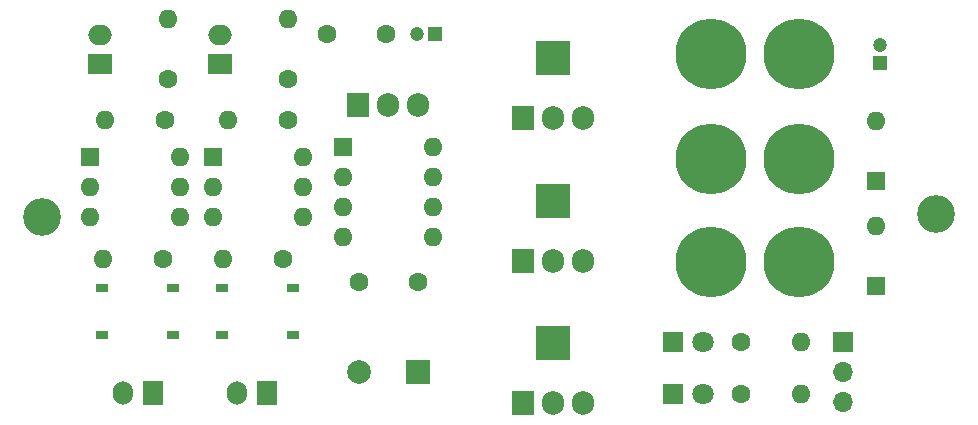
<source format=gbr>
G04 #@! TF.GenerationSoftware,KiCad,Pcbnew,(5.0.0)*
G04 #@! TF.CreationDate,2018-11-11T20:44:08+01:00*
G04 #@! TF.ProjectId,MosfetSchaltung_v2,4D6F73666574536368616C74756E675F,rev?*
G04 #@! TF.SameCoordinates,Original*
G04 #@! TF.FileFunction,Soldermask,Top*
G04 #@! TF.FilePolarity,Negative*
%FSLAX46Y46*%
G04 Gerber Fmt 4.6, Leading zero omitted, Abs format (unit mm)*
G04 Created by KiCad (PCBNEW (5.0.0)) date 11/11/18 20:44:08*
%MOMM*%
%LPD*%
G01*
G04 APERTURE LIST*
%ADD10C,3.200000*%
%ADD11O,2.000000X1.700000*%
%ADD12R,2.000000X1.700000*%
%ADD13R,1.000000X0.700000*%
%ADD14R,1.905000X2.000000*%
%ADD15O,1.905000X2.000000*%
%ADD16R,1.700000X1.700000*%
%ADD17O,1.700000X1.700000*%
%ADD18C,1.600000*%
%ADD19C,1.200000*%
%ADD20R,1.200000X1.200000*%
%ADD21R,2.000000X2.000000*%
%ADD22C,2.000000*%
%ADD23C,1.800000*%
%ADD24R,1.800000X1.800000*%
%ADD25C,6.000000*%
%ADD26R,1.700000X2.000000*%
%ADD27O,1.700000X2.000000*%
%ADD28O,1.600000X1.600000*%
%ADD29R,1.600000X1.600000*%
%ADD30R,3.000000X3.000000*%
G04 APERTURE END LIST*
D10*
G04 #@! TO.C,MH1*
X94541006Y-93617747D03*
G04 #@! TD*
D11*
G04 #@! TO.C,J6*
X99441000Y-78145000D03*
D12*
X99441000Y-80645000D03*
G04 #@! TD*
D13*
G04 #@! TO.C,D1*
X105591000Y-103600000D03*
X105591000Y-99600000D03*
X99641000Y-99600000D03*
X99641000Y-103600000D03*
G04 #@! TD*
D14*
G04 #@! TO.C,U4*
X121285000Y-84074000D03*
D15*
X123825000Y-84074000D03*
X126365000Y-84074000D03*
G04 #@! TD*
D16*
G04 #@! TO.C,SW1*
X162306000Y-104140000D03*
D17*
X162306000Y-106680000D03*
X162306000Y-109220000D03*
G04 #@! TD*
D15*
G04 #@! TO.C,Q3*
X140335000Y-109347000D03*
X137795000Y-109347000D03*
D14*
X135255000Y-109347000D03*
G04 #@! TD*
G04 #@! TO.C,Q2*
X135255000Y-97282000D03*
D15*
X137795000Y-97282000D03*
X140335000Y-97282000D03*
G04 #@! TD*
D18*
G04 #@! TO.C,C1*
X121365000Y-99060000D03*
X126365000Y-99060000D03*
G04 #@! TD*
G04 #@! TO.C,C3*
X118618000Y-78105000D03*
X123618000Y-78105000D03*
G04 #@! TD*
D19*
G04 #@! TO.C,C4*
X126262000Y-78105000D03*
D20*
X127762000Y-78105000D03*
G04 #@! TD*
D21*
G04 #@! TO.C,C5*
X126365000Y-106680000D03*
D22*
X121365000Y-106680000D03*
G04 #@! TD*
D23*
G04 #@! TO.C,D2*
X150495000Y-108585000D03*
D24*
X147955000Y-108585000D03*
G04 #@! TD*
G04 #@! TO.C,D4*
X147955000Y-104140000D03*
D23*
X150495000Y-104140000D03*
G04 #@! TD*
D13*
G04 #@! TO.C,D6*
X109801000Y-103600000D03*
X109801000Y-99600000D03*
X115751000Y-99600000D03*
X115751000Y-103600000D03*
G04 #@! TD*
D25*
G04 #@! TO.C,J1*
X151130000Y-79756000D03*
X158630000Y-79756000D03*
G04 #@! TD*
D26*
G04 #@! TO.C,J2*
X103886000Y-108458000D03*
D27*
X101386000Y-108458000D03*
G04 #@! TD*
D25*
G04 #@! TO.C,J3*
X158647442Y-88646000D03*
X151147442Y-88646000D03*
G04 #@! TD*
G04 #@! TO.C,J4*
X151147442Y-97437319D03*
X158647442Y-97437319D03*
G04 #@! TD*
D27*
G04 #@! TO.C,J5*
X111038000Y-108458000D03*
D26*
X113538000Y-108458000D03*
G04 #@! TD*
D15*
G04 #@! TO.C,Q1*
X140335000Y-85217000D03*
X137795000Y-85217000D03*
D14*
X135255000Y-85217000D03*
G04 #@! TD*
D28*
G04 #@! TO.C,U1*
X106172000Y-88519000D03*
X98552000Y-93599000D03*
X106172000Y-91059000D03*
X98552000Y-91059000D03*
X106172000Y-93599000D03*
D29*
X98552000Y-88519000D03*
G04 #@! TD*
G04 #@! TO.C,U2*
X120015000Y-87630000D03*
D28*
X127635000Y-95250000D03*
X120015000Y-90170000D03*
X127635000Y-92710000D03*
X120015000Y-92710000D03*
X127635000Y-90170000D03*
X120015000Y-95250000D03*
X127635000Y-87630000D03*
G04 #@! TD*
D29*
G04 #@! TO.C,U3*
X108966000Y-88519000D03*
D28*
X116586000Y-93599000D03*
X108966000Y-91059000D03*
X116586000Y-91059000D03*
X108966000Y-93599000D03*
X116586000Y-88519000D03*
G04 #@! TD*
D29*
G04 #@! TO.C,D3*
X165100000Y-90551000D03*
D28*
X165100000Y-85471000D03*
G04 #@! TD*
G04 #@! TO.C,D5*
X165100000Y-94361000D03*
D29*
X165100000Y-99441000D03*
G04 #@! TD*
D28*
G04 #@! TO.C,R1*
X105156000Y-76835000D03*
D18*
X105156000Y-81915000D03*
G04 #@! TD*
G04 #@! TO.C,R2*
X104902000Y-85344000D03*
D28*
X99822000Y-85344000D03*
G04 #@! TD*
G04 #@! TO.C,R3*
X99695000Y-97155000D03*
D18*
X104775000Y-97155000D03*
G04 #@! TD*
G04 #@! TO.C,R4*
X153670000Y-108585000D03*
D28*
X158750000Y-108585000D03*
G04 #@! TD*
G04 #@! TO.C,R5*
X158750000Y-104140000D03*
D18*
X153670000Y-104140000D03*
G04 #@! TD*
G04 #@! TO.C,R6*
X115316000Y-81915000D03*
D28*
X115316000Y-76835000D03*
G04 #@! TD*
G04 #@! TO.C,R7*
X110236000Y-85344000D03*
D18*
X115316000Y-85344000D03*
G04 #@! TD*
G04 #@! TO.C,R8*
X114935000Y-97155000D03*
D28*
X109855000Y-97155000D03*
G04 #@! TD*
D12*
G04 #@! TO.C,J7*
X109601000Y-80645000D03*
D11*
X109601000Y-78145000D03*
G04 #@! TD*
D20*
G04 #@! TO.C,C2*
X165481000Y-80518000D03*
D19*
X165481000Y-79018000D03*
G04 #@! TD*
D10*
G04 #@! TO.C,MH2*
X170180000Y-93345000D03*
G04 #@! TD*
D30*
G04 #@! TO.C,TP1*
X137795000Y-80137000D03*
G04 #@! TD*
G04 #@! TO.C,TP2*
X137795000Y-92202000D03*
G04 #@! TD*
G04 #@! TO.C,TP3*
X137795000Y-104267000D03*
G04 #@! TD*
M02*

</source>
